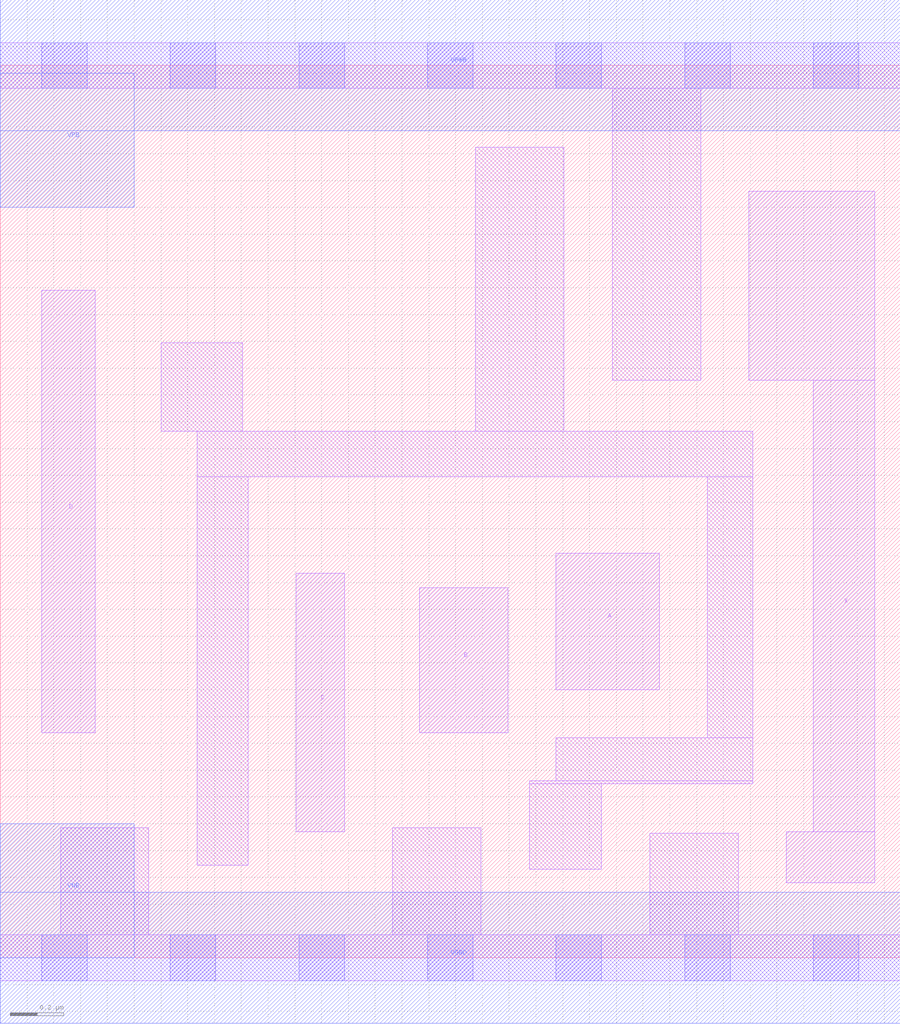
<source format=lef>
# Copyright 2020 The SkyWater PDK Authors
#
# Licensed under the Apache License, Version 2.0 (the "License");
# you may not use this file except in compliance with the License.
# You may obtain a copy of the License at
#
#     https://www.apache.org/licenses/LICENSE-2.0
#
# Unless required by applicable law or agreed to in writing, software
# distributed under the License is distributed on an "AS IS" BASIS,
# WITHOUT WARRANTIES OR CONDITIONS OF ANY KIND, either express or implied.
# See the License for the specific language governing permissions and
# limitations under the License.
#
# SPDX-License-Identifier: Apache-2.0

VERSION 5.5 ;
NAMESCASESENSITIVE ON ;
BUSBITCHARS "[]" ;
DIVIDERCHAR "/" ;
MACRO sky130_fd_sc_lp__or4_m
  CLASS CORE ;
  SOURCE USER ;
  ORIGIN  0.000000  0.000000 ;
  SIZE  3.360000 BY  3.330000 ;
  SYMMETRY X Y R90 ;
  SITE unit ;
  PIN A
    ANTENNAGATEAREA  0.126000 ;
    DIRECTION INPUT ;
    USE SIGNAL ;
    PORT
      LAYER li1 ;
        RECT 2.075000 1.000000 2.460000 1.510000 ;
    END
  END A
  PIN B
    ANTENNAGATEAREA  0.126000 ;
    DIRECTION INPUT ;
    USE SIGNAL ;
    PORT
      LAYER li1 ;
        RECT 1.565000 0.840000 1.895000 1.380000 ;
    END
  END B
  PIN C
    ANTENNAGATEAREA  0.126000 ;
    DIRECTION INPUT ;
    USE SIGNAL ;
    PORT
      LAYER li1 ;
        RECT 1.105000 0.470000 1.285000 1.435000 ;
    END
  END C
  PIN D
    ANTENNAGATEAREA  0.126000 ;
    DIRECTION INPUT ;
    USE SIGNAL ;
    PORT
      LAYER li1 ;
        RECT 0.155000 0.840000 0.355000 2.490000 ;
    END
  END D
  PIN X
    ANTENNADIFFAREA  0.222600 ;
    DIRECTION OUTPUT ;
    USE SIGNAL ;
    PORT
      LAYER li1 ;
        RECT 2.795000 2.155000 3.265000 2.860000 ;
        RECT 2.935000 0.280000 3.265000 0.470000 ;
        RECT 3.035000 0.470000 3.265000 2.155000 ;
    END
  END X
  PIN VGND
    DIRECTION INOUT ;
    USE GROUND ;
    PORT
      LAYER met1 ;
        RECT 0.000000 -0.245000 3.360000 0.245000 ;
    END
  END VGND
  PIN VNB
    DIRECTION INOUT ;
    USE GROUND ;
    PORT
      LAYER met1 ;
        RECT 0.000000 0.000000 0.500000 0.500000 ;
    END
  END VNB
  PIN VPB
    DIRECTION INOUT ;
    USE POWER ;
    PORT
      LAYER met1 ;
        RECT 0.000000 2.800000 0.500000 3.300000 ;
    END
  END VPB
  PIN VPWR
    DIRECTION INOUT ;
    USE POWER ;
    PORT
      LAYER met1 ;
        RECT 0.000000 3.085000 3.360000 3.575000 ;
    END
  END VPWR
  OBS
    LAYER li1 ;
      RECT 0.000000 -0.085000 3.360000 0.085000 ;
      RECT 0.000000  3.245000 3.360000 3.415000 ;
      RECT 0.225000  0.085000 0.555000 0.485000 ;
      RECT 0.600000  1.965000 0.905000 2.295000 ;
      RECT 0.735000  0.345000 0.925000 1.795000 ;
      RECT 0.735000  1.795000 2.810000 1.965000 ;
      RECT 1.465000  0.085000 1.795000 0.485000 ;
      RECT 1.775000  1.965000 2.105000 3.025000 ;
      RECT 1.975000  0.330000 2.245000 0.650000 ;
      RECT 1.975000  0.650000 2.810000 0.660000 ;
      RECT 2.075000  0.660000 2.810000 0.820000 ;
      RECT 2.285000  2.155000 2.615000 3.245000 ;
      RECT 2.425000  0.085000 2.755000 0.465000 ;
      RECT 2.640000  0.820000 2.810000 1.795000 ;
    LAYER mcon ;
      RECT 0.155000 -0.085000 0.325000 0.085000 ;
      RECT 0.155000  3.245000 0.325000 3.415000 ;
      RECT 0.635000 -0.085000 0.805000 0.085000 ;
      RECT 0.635000  3.245000 0.805000 3.415000 ;
      RECT 1.115000 -0.085000 1.285000 0.085000 ;
      RECT 1.115000  3.245000 1.285000 3.415000 ;
      RECT 1.595000 -0.085000 1.765000 0.085000 ;
      RECT 1.595000  3.245000 1.765000 3.415000 ;
      RECT 2.075000 -0.085000 2.245000 0.085000 ;
      RECT 2.075000  3.245000 2.245000 3.415000 ;
      RECT 2.555000 -0.085000 2.725000 0.085000 ;
      RECT 2.555000  3.245000 2.725000 3.415000 ;
      RECT 3.035000 -0.085000 3.205000 0.085000 ;
      RECT 3.035000  3.245000 3.205000 3.415000 ;
  END
END sky130_fd_sc_lp__or4_m
END LIBRARY

</source>
